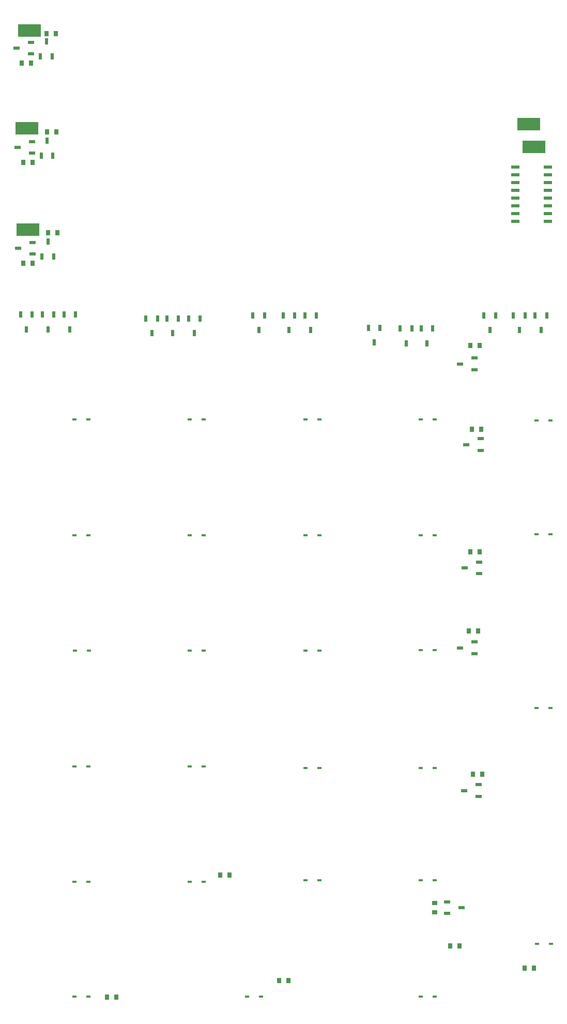
<source format=gbr>
%TF.GenerationSoftware,Altium Limited,Altium Designer,22.7.1 (60)*%
G04 Layer_Color=128*
%FSLAX45Y45*%
%MOMM*%
%TF.SameCoordinates,5A05AA2C-F857-43D8-A6CE-F15CAA79189D*%
%TF.FilePolarity,Positive*%
%TF.FileFunction,Paste,Bot*%
%TF.Part,Single*%
G01*
G75*
%TA.AperFunction,SMDPad,CuDef*%
%ADD24R,0.70000X0.90000*%
%ADD25R,0.80000X0.40000*%
%ADD26R,0.90000X0.70000*%
%ADD27R,1.00000X0.60000*%
%ADD28R,0.60000X1.00000*%
%ADD29R,3.80000X2.03000*%
%ADD30R,1.40970X0.50800*%
D24*
X4789100Y736600D02*
D03*
X4939100D02*
D03*
X1969700Y469900D02*
D03*
X2119700D02*
D03*
X3823900Y2463800D02*
D03*
X3973900D02*
D03*
X7595800Y1308100D02*
D03*
X7745800D02*
D03*
X8814999Y939800D02*
D03*
X8964999D02*
D03*
X8114100Y4114800D02*
D03*
X7964100D02*
D03*
X7951400Y9766300D02*
D03*
X8101400D02*
D03*
X7926000Y11137900D02*
D03*
X8076000D02*
D03*
X1129100Y16243300D02*
D03*
X979100D02*
D03*
X722700Y15760699D02*
D03*
X572700D02*
D03*
X1154500Y12979401D02*
D03*
X1004500D02*
D03*
X1140600Y14630400D02*
D03*
X990600D02*
D03*
X748100Y14135100D02*
D03*
X598100D02*
D03*
X748100Y12484100D02*
D03*
X598100D02*
D03*
X8050600Y6464300D02*
D03*
X7900600D02*
D03*
X8076000Y7759700D02*
D03*
X7926000D02*
D03*
D25*
X3326700Y2349731D02*
D03*
X3556700D02*
D03*
X1434400Y4242031D02*
D03*
X1664400D02*
D03*
X7111300Y8026631D02*
D03*
X7341300D02*
D03*
X5219000D02*
D03*
X5449000D02*
D03*
X3326700D02*
D03*
X3556700D02*
D03*
X1434400D02*
D03*
X1664400D02*
D03*
X1434400Y9918931D02*
D03*
X1664400D02*
D03*
X3326700D02*
D03*
X3556700D02*
D03*
X5219000D02*
D03*
X5449000D02*
D03*
X7111300D02*
D03*
X7341300D02*
D03*
X9003600Y9906231D02*
D03*
X9233600D02*
D03*
X1677100Y6134331D02*
D03*
X1447100D02*
D03*
X7341300Y6147031D02*
D03*
X7111300D02*
D03*
X5449000Y6134331D02*
D03*
X5219000D02*
D03*
X3556700D02*
D03*
X3326700D02*
D03*
X1664400Y2349731D02*
D03*
X1434400D02*
D03*
X5449000Y2375131D02*
D03*
X5219000D02*
D03*
X4496500Y470131D02*
D03*
X4266500D02*
D03*
X1664400D02*
D03*
X1434400D02*
D03*
X7341300Y2375131D02*
D03*
X7111300D02*
D03*
X7341300Y470131D02*
D03*
X7111300D02*
D03*
X9246300Y1333731D02*
D03*
X9016300D02*
D03*
X9233600Y8039331D02*
D03*
X9003600D02*
D03*
X9233600Y5194531D02*
D03*
X9003600D02*
D03*
X7341300Y4216631D02*
D03*
X7111300D02*
D03*
X5449000D02*
D03*
X5219000D02*
D03*
X3556700Y4242031D02*
D03*
X3326700D02*
D03*
D26*
X7340600Y2004200D02*
D03*
Y1854200D02*
D03*
D27*
X7778100Y1930400D02*
D03*
X7538100Y2025400D02*
D03*
Y1835400D02*
D03*
X7817500Y3848100D02*
D03*
X8057500Y3753100D02*
D03*
Y3943100D02*
D03*
X7754000Y6184900D02*
D03*
X7994000Y6089900D02*
D03*
Y6279900D02*
D03*
X7830200Y7493000D02*
D03*
X8070200Y7398000D02*
D03*
Y7588000D02*
D03*
X7855600Y9512300D02*
D03*
X8095600Y9417300D02*
D03*
Y9607300D02*
D03*
X7754000Y10833100D02*
D03*
X7994000Y10738100D02*
D03*
Y10928100D02*
D03*
X729600Y16097000D02*
D03*
Y15907001D02*
D03*
X489600Y16002000D02*
D03*
X755000Y12820399D02*
D03*
Y12630400D02*
D03*
X515000Y12725400D02*
D03*
X742300Y14471400D02*
D03*
Y14281400D02*
D03*
X502300Y14376401D02*
D03*
D28*
X9080500Y11386200D02*
D03*
X9175500Y11626200D02*
D03*
X8985500D02*
D03*
X7213600Y11170300D02*
D03*
X7308600Y11410300D02*
D03*
X7118600D02*
D03*
X5308600Y11386200D02*
D03*
X5403600Y11626200D02*
D03*
X5213600D02*
D03*
X3403600Y11335400D02*
D03*
X3498600Y11575400D02*
D03*
X3308600D02*
D03*
X1361001Y11398900D02*
D03*
X1456000Y11638900D02*
D03*
X1266001D02*
D03*
X1072900Y15869299D02*
D03*
X882900D02*
D03*
X977900Y16109300D02*
D03*
X1098300Y12592700D02*
D03*
X908300D02*
D03*
X1003300Y12832700D02*
D03*
X1085600Y14243700D02*
D03*
X895600D02*
D03*
X990600Y14483701D02*
D03*
X8629900Y11626200D02*
D03*
X8819900D02*
D03*
X8724900Y11386200D02*
D03*
X8147300Y11626200D02*
D03*
X8337300D02*
D03*
X8242300Y11386200D02*
D03*
X6775700Y11410300D02*
D03*
X6965700D02*
D03*
X6870700Y11170300D02*
D03*
X6255000Y11423000D02*
D03*
X6445000D02*
D03*
X6350000Y11183000D02*
D03*
X4362700Y11626200D02*
D03*
X4552700D02*
D03*
X4457700Y11386200D02*
D03*
X4858000Y11626200D02*
D03*
X5048000D02*
D03*
X4953000Y11386200D02*
D03*
X2610100Y11575400D02*
D03*
X2800100D02*
D03*
X2705100Y11335400D02*
D03*
X2953000Y11575400D02*
D03*
X3143000D02*
D03*
X3048000Y11335400D02*
D03*
X910401Y11638900D02*
D03*
X1100400D02*
D03*
X1005401Y11398900D02*
D03*
X554801Y11638900D02*
D03*
X744800D02*
D03*
X649801Y11398900D02*
D03*
D29*
X698500Y16294099D02*
D03*
X8966200Y14389101D02*
D03*
X8877300Y14757401D02*
D03*
X660400Y14693900D02*
D03*
X673100Y13030200D02*
D03*
D30*
X9193530Y13169901D02*
D03*
Y13296899D02*
D03*
Y13423900D02*
D03*
Y13550900D02*
D03*
Y13677901D02*
D03*
Y13804900D02*
D03*
Y13931900D02*
D03*
Y14058900D02*
D03*
X8661400D02*
D03*
Y13931900D02*
D03*
Y13804900D02*
D03*
Y13677901D02*
D03*
Y13550900D02*
D03*
Y13423900D02*
D03*
Y13296899D02*
D03*
Y13169901D02*
D03*
%TF.MD5,7bd4ceef8d3de027424eef767b2c6edc*%
M02*

</source>
